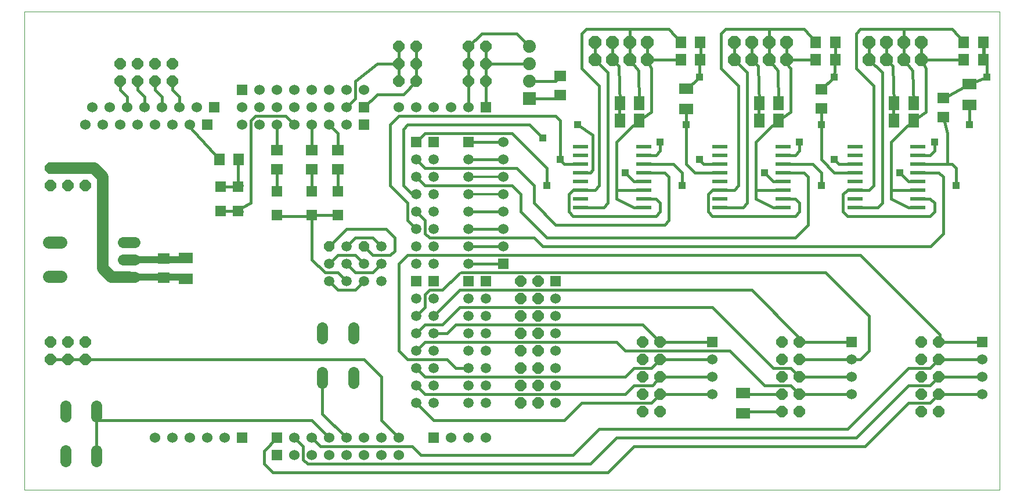
<source format=gtl>
G75*
G70*
%OFA0B0*%
%FSLAX24Y24*%
%IPPOS*%
%LPD*%
%AMOC8*
5,1,8,0,0,1.08239X$1,22.5*
%
%ADD10C,0.0000*%
%ADD11R,0.0600X0.0600*%
%ADD12C,0.0600*%
%ADD13OC8,0.0590*%
%ADD14C,0.0590*%
%ADD15R,0.0590X0.0590*%
%ADD16R,0.0866X0.0236*%
%ADD17OC8,0.0740*%
%ADD18R,0.0630X0.0787*%
%ADD19R,0.0630X0.0709*%
%ADD20R,0.0709X0.0630*%
%ADD21R,0.0787X0.0591*%
%ADD22R,0.0740X0.0740*%
%ADD23C,0.0740*%
%ADD24OC8,0.0640*%
%ADD25R,0.0630X0.0710*%
%ADD26R,0.0710X0.0630*%
%ADD27R,0.0591X0.0591*%
%ADD28C,0.0710*%
%ADD29C,0.0640*%
%ADD30C,0.0160*%
%ADD31R,0.0436X0.0436*%
%ADD32C,0.0400*%
%ADD33C,0.0120*%
%ADD34C,0.0660*%
D10*
X000180Y000380D02*
X056180Y000380D01*
X056180Y027880D01*
X000180Y027880D01*
X000180Y000380D01*
D11*
X012680Y003380D03*
X014680Y003380D03*
X014680Y002380D03*
X023680Y003380D03*
X039680Y008880D03*
X047680Y008880D03*
X055180Y008880D03*
X030680Y012380D03*
X027680Y013380D03*
X019680Y021380D03*
X019680Y022380D03*
X012680Y023380D03*
X011080Y022380D03*
X010680Y021380D03*
X026680Y022380D03*
D12*
X025680Y022380D03*
X024680Y022380D03*
X023680Y022380D03*
X022680Y022380D03*
X021680Y022380D03*
X019680Y023380D03*
X018680Y023380D03*
X017680Y023380D03*
X016680Y023380D03*
X015680Y023380D03*
X014680Y023380D03*
X013680Y023380D03*
X013680Y022380D03*
X012680Y022380D03*
X012680Y021380D03*
X013680Y021380D03*
X014680Y021380D03*
X015680Y021380D03*
X016680Y021380D03*
X017680Y021380D03*
X018680Y021380D03*
X018680Y022380D03*
X017680Y022380D03*
X016680Y022380D03*
X015680Y022380D03*
X014680Y022380D03*
X010080Y022380D03*
X009080Y022380D03*
X008080Y022380D03*
X007080Y022380D03*
X006080Y022380D03*
X005080Y022380D03*
X004080Y022380D03*
X003680Y021380D03*
X004680Y021380D03*
X005680Y021380D03*
X006680Y021380D03*
X007680Y021380D03*
X008680Y021380D03*
X009680Y021380D03*
X027680Y020380D03*
X027680Y019380D03*
X027680Y018380D03*
X027680Y017380D03*
X027680Y016380D03*
X027680Y015380D03*
X027680Y014380D03*
X030680Y011380D03*
X030680Y010380D03*
X030680Y009380D03*
X030680Y008380D03*
X030680Y007380D03*
X030680Y006380D03*
X030680Y005380D03*
X026680Y003380D03*
X025680Y003380D03*
X024680Y003380D03*
X021680Y003380D03*
X020680Y003380D03*
X019680Y003380D03*
X018680Y003380D03*
X017680Y003380D03*
X016680Y003380D03*
X015680Y003380D03*
X015680Y002380D03*
X016680Y002380D03*
X017680Y002380D03*
X018680Y002380D03*
X019680Y002380D03*
X020680Y002380D03*
X021680Y002380D03*
X011680Y003380D03*
X010680Y003380D03*
X009680Y003380D03*
X008680Y003380D03*
X007680Y003380D03*
X039680Y005880D03*
X039680Y006880D03*
X039680Y007880D03*
X047680Y007880D03*
X047680Y006880D03*
X047680Y005880D03*
X055180Y005880D03*
X055180Y006880D03*
X055180Y007880D03*
D13*
X019680Y014380D03*
X017680Y014380D03*
D14*
X018680Y014380D03*
X020680Y014380D03*
X020680Y013380D03*
X019680Y013380D03*
X018680Y013380D03*
X017680Y013380D03*
X017680Y012380D03*
X018680Y012380D03*
X019680Y012380D03*
X020680Y012380D03*
X022680Y013380D03*
X023680Y013380D03*
X025680Y013380D03*
X025680Y014380D03*
X025680Y015380D03*
X023680Y015380D03*
X022680Y015380D03*
X022680Y014380D03*
X023680Y014380D03*
X023680Y016380D03*
X022680Y016380D03*
X022680Y017380D03*
X023680Y017380D03*
X025680Y017380D03*
X025680Y016380D03*
X025680Y018380D03*
X025680Y019380D03*
X023680Y019380D03*
X022680Y019380D03*
X022680Y018380D03*
X023680Y018380D03*
X023680Y011380D03*
X022680Y011380D03*
X022680Y010380D03*
X023680Y010380D03*
X023680Y009380D03*
X022680Y009380D03*
X022680Y008380D03*
X023680Y008380D03*
X023680Y007380D03*
X022680Y007380D03*
X022680Y006380D03*
X023680Y006380D03*
X023680Y005380D03*
X022680Y005380D03*
X025680Y005380D03*
X026680Y005380D03*
X026680Y006380D03*
X025680Y006380D03*
X025680Y007380D03*
X026680Y007380D03*
X026680Y008380D03*
X025680Y008380D03*
X025680Y009380D03*
X026680Y009380D03*
X026680Y010380D03*
X025680Y010380D03*
X025680Y011380D03*
X026680Y011380D03*
D15*
X026680Y012380D03*
X025680Y012380D03*
X023680Y012380D03*
X022680Y012380D03*
X022680Y020380D03*
X023680Y020380D03*
X025680Y020380D03*
D16*
X032119Y020130D03*
X032119Y019630D03*
X032119Y019130D03*
X032119Y018630D03*
X032119Y018130D03*
X032119Y017630D03*
X032119Y017130D03*
X032119Y016630D03*
X035741Y016630D03*
X035741Y017130D03*
X035741Y017630D03*
X035741Y018130D03*
X035741Y018630D03*
X035741Y019130D03*
X035741Y019630D03*
X035741Y020130D03*
X040119Y020130D03*
X040119Y019630D03*
X040119Y019130D03*
X040119Y018630D03*
X040119Y018130D03*
X040119Y017630D03*
X040119Y017130D03*
X040119Y016630D03*
X043741Y016630D03*
X043741Y017130D03*
X043741Y017630D03*
X043741Y018130D03*
X043741Y018630D03*
X043741Y019130D03*
X043741Y019630D03*
X043741Y020130D03*
X047869Y020130D03*
X047869Y019630D03*
X047869Y019130D03*
X047869Y018630D03*
X047869Y018130D03*
X047869Y017630D03*
X047869Y017130D03*
X047869Y016630D03*
X051491Y016630D03*
X051491Y017130D03*
X051491Y017630D03*
X051491Y018130D03*
X051491Y018630D03*
X051491Y019130D03*
X051491Y019630D03*
X051491Y020130D03*
D17*
X051680Y025130D03*
X050680Y025130D03*
X049680Y025130D03*
X048680Y025130D03*
X048680Y026130D03*
X049680Y026130D03*
X050680Y026130D03*
X051680Y026130D03*
X043930Y026130D03*
X042930Y026130D03*
X041930Y026130D03*
X040930Y026130D03*
X040930Y025130D03*
X041930Y025130D03*
X042930Y025130D03*
X043930Y025130D03*
X035930Y025130D03*
X034930Y025130D03*
X033930Y025130D03*
X032930Y025130D03*
X032930Y026130D03*
X033930Y026130D03*
X034930Y026130D03*
X035930Y026130D03*
D18*
X035481Y022630D03*
X034379Y022630D03*
X034379Y021630D03*
X035481Y021630D03*
X042379Y021630D03*
X043481Y021630D03*
X043481Y022630D03*
X042379Y022630D03*
X050129Y022630D03*
X051231Y022630D03*
X051231Y021630D03*
X050129Y021630D03*
D19*
X046731Y025130D03*
X045629Y025130D03*
X045629Y026130D03*
X046731Y026130D03*
X038981Y026130D03*
X037879Y026130D03*
X037879Y025130D03*
X038981Y025130D03*
X054129Y025130D03*
X055231Y025130D03*
X055231Y026130D03*
X054129Y026130D03*
D20*
X045930Y023431D03*
X045930Y022329D03*
X030930Y023079D03*
X030930Y024181D03*
X008180Y013681D03*
X008180Y012579D03*
D21*
X009430Y012539D03*
X009430Y013721D03*
X038180Y022289D03*
X038180Y023471D03*
X054430Y023721D03*
X054430Y022539D03*
X041430Y005971D03*
X041430Y004789D03*
D22*
X029180Y022880D03*
D23*
X029180Y023880D03*
X029180Y024880D03*
X029180Y025880D03*
D24*
X026680Y025880D03*
X025680Y025880D03*
X025680Y024880D03*
X026680Y024880D03*
X026680Y023880D03*
X025680Y023880D03*
X022680Y023880D03*
X021680Y023880D03*
X021680Y024880D03*
X022680Y024880D03*
X022680Y025880D03*
X021680Y025880D03*
X008680Y024880D03*
X007680Y024880D03*
X006680Y024880D03*
X005680Y024880D03*
X005680Y023880D03*
X006680Y023880D03*
X007680Y023880D03*
X008680Y023880D03*
X003680Y018880D03*
X002680Y018880D03*
X001680Y018880D03*
X001680Y017880D03*
X002680Y017880D03*
X003680Y017880D03*
X003680Y008880D03*
X002680Y008880D03*
X001680Y008880D03*
X001680Y007880D03*
X002680Y007880D03*
X003680Y007880D03*
X028680Y007380D03*
X029680Y007380D03*
X029680Y008380D03*
X028680Y008380D03*
X028680Y009380D03*
X029680Y009380D03*
X029680Y010380D03*
X028680Y010380D03*
X028680Y011380D03*
X029680Y011380D03*
X029680Y012380D03*
X028680Y012380D03*
X035680Y008880D03*
X036680Y008880D03*
X036680Y007880D03*
X035680Y007880D03*
X035680Y006880D03*
X036680Y006880D03*
X036680Y005880D03*
X035680Y005880D03*
X035680Y004880D03*
X036680Y004880D03*
X043680Y004880D03*
X044680Y004880D03*
X044680Y005880D03*
X043680Y005880D03*
X043680Y006880D03*
X044680Y006880D03*
X044680Y007880D03*
X043680Y007880D03*
X043680Y008880D03*
X044680Y008880D03*
X051680Y008880D03*
X052680Y008880D03*
X052680Y007880D03*
X051680Y007880D03*
X051680Y006880D03*
X052680Y006880D03*
X052680Y005880D03*
X051680Y005880D03*
X051680Y004880D03*
X052680Y004880D03*
X029680Y005380D03*
X028680Y005380D03*
X028680Y006380D03*
X029680Y006380D03*
D25*
X012490Y019380D03*
X011370Y019380D03*
D26*
X014680Y018820D03*
X016680Y018820D03*
X018180Y018820D03*
X018180Y019940D03*
X016680Y019940D03*
X014680Y019940D03*
X052930Y021820D03*
X052930Y022940D03*
D27*
X018180Y017569D03*
X016680Y017569D03*
X014680Y017569D03*
X012430Y017819D03*
X011430Y017819D03*
X011430Y016441D03*
X012430Y016441D03*
X014680Y016191D03*
X016680Y016191D03*
X018180Y016191D03*
D28*
X002285Y014614D02*
X001575Y014614D01*
X001575Y012646D02*
X002285Y012646D01*
D29*
X005860Y012630D02*
X006500Y012630D01*
X006500Y013630D02*
X005860Y013630D01*
X005860Y014630D02*
X006500Y014630D01*
X017290Y009730D02*
X017290Y009090D01*
X019070Y009090D02*
X019070Y009730D01*
X019070Y007170D02*
X019070Y006530D01*
X017290Y006530D02*
X017290Y007170D01*
X004320Y005230D02*
X004320Y004590D01*
X002540Y004590D02*
X002540Y005230D01*
X002540Y002670D02*
X002540Y002030D01*
X004320Y002030D02*
X004320Y002670D01*
D30*
X004320Y002350D02*
X004320Y004380D01*
X004320Y004770D01*
X004320Y004910D01*
X004430Y004880D02*
X004320Y004770D01*
X004320Y004380D02*
X016680Y004380D01*
X017680Y003380D01*
X017180Y002880D02*
X016680Y003380D01*
X016180Y002880D02*
X016180Y002130D01*
X016430Y001880D01*
X032680Y001880D01*
X034180Y003380D01*
X047930Y003380D01*
X050930Y006380D01*
X052180Y006380D01*
X052680Y006880D01*
X055180Y006880D01*
X055180Y007880D02*
X052680Y007880D01*
X052180Y007380D01*
X050930Y007380D01*
X047430Y003880D01*
X033180Y003880D01*
X031680Y002380D01*
X022930Y002380D01*
X022430Y002880D01*
X017180Y002880D01*
X016180Y002880D02*
X015680Y003380D01*
X014680Y003380D02*
X013930Y002630D01*
X013930Y001880D01*
X014430Y001380D01*
X033680Y001380D01*
X035180Y002880D01*
X048430Y002880D01*
X050930Y005380D01*
X052180Y005380D01*
X052680Y005880D01*
X055180Y005880D01*
X055180Y008880D02*
X052680Y008880D01*
X052730Y009330D01*
X048180Y013880D01*
X022180Y013880D01*
X021680Y013380D01*
X021680Y008380D01*
X022180Y007880D01*
X024430Y007880D01*
X024930Y007380D01*
X025680Y007380D01*
X023180Y006880D02*
X022680Y007380D01*
X023180Y006880D02*
X034680Y006880D01*
X035180Y007380D01*
X036180Y007380D01*
X036680Y007880D01*
X039680Y007880D01*
X040680Y008380D02*
X042680Y006380D01*
X044180Y006380D01*
X044680Y005880D01*
X047680Y005880D01*
X047680Y006880D02*
X044680Y006880D01*
X044180Y007380D01*
X043180Y007380D01*
X039680Y010880D01*
X025180Y010880D01*
X024180Y009880D01*
X023180Y009880D01*
X022680Y009380D01*
X023180Y008880D02*
X034180Y008880D01*
X034680Y008380D01*
X040680Y008380D01*
X039680Y008880D02*
X036680Y008880D01*
X035680Y009880D01*
X024930Y009880D01*
X024430Y009380D01*
X023680Y009380D01*
X023180Y008880D02*
X022680Y008380D01*
X020680Y006880D02*
X020680Y004380D01*
X021680Y003380D01*
X023680Y004380D02*
X022680Y005380D01*
X023180Y005880D02*
X022680Y006380D01*
X023180Y005880D02*
X034680Y005880D01*
X035180Y006380D01*
X036230Y006380D01*
X036680Y006880D01*
X039680Y006880D01*
X041430Y005971D02*
X041430Y005880D01*
X043680Y005880D01*
X043680Y004880D02*
X041430Y004880D01*
X041430Y004789D01*
X039680Y005880D02*
X036680Y005880D01*
X036180Y005380D01*
X032180Y005380D01*
X031180Y004380D01*
X023680Y004380D01*
X020680Y006880D02*
X019680Y007880D01*
X003680Y007880D01*
X002680Y007880D01*
X001680Y007880D01*
X016680Y013630D02*
X017430Y012880D01*
X018180Y012880D01*
X018680Y012380D01*
X018180Y011880D02*
X017680Y012380D01*
X018180Y011880D02*
X019180Y011880D01*
X019680Y012380D01*
X019180Y012880D02*
X018680Y013380D01*
X019180Y013880D02*
X019680Y013380D01*
X019180Y013880D02*
X018180Y013880D01*
X017680Y013380D01*
X016680Y013630D02*
X016680Y016130D01*
X014741Y016130D01*
X014680Y016191D01*
X013180Y016880D02*
X013180Y021630D01*
X013430Y021880D01*
X015180Y021880D01*
X015680Y021380D01*
X014680Y021380D02*
X014680Y019940D01*
X016680Y019940D02*
X016680Y021380D01*
X017680Y021380D02*
X018180Y020880D01*
X018180Y019940D01*
X016680Y018880D02*
X016680Y018820D01*
X016680Y017569D01*
X018180Y017569D02*
X018180Y018820D01*
X021180Y017880D02*
X022180Y016880D01*
X022180Y015880D01*
X022680Y015380D01*
X023180Y015130D02*
X023430Y014880D01*
X029430Y014880D01*
X029930Y014380D01*
X050418Y014380D01*
X050436Y014381D01*
X050445Y014382D01*
X050450Y014382D01*
X052203Y014382D01*
X052930Y015130D01*
X052930Y018380D01*
X052680Y018630D01*
X051491Y018630D01*
X051491Y019130D02*
X053180Y019130D01*
X053180Y020880D01*
X052930Y021820D01*
X051930Y022130D02*
X051231Y021630D01*
X050804Y021254D01*
X049930Y020380D01*
X049930Y017630D01*
X051491Y017630D01*
X051491Y017130D02*
X052180Y017130D01*
X052430Y016880D01*
X052430Y016380D01*
X052180Y016130D01*
X047430Y016130D01*
X047180Y016380D01*
X047180Y017380D01*
X047430Y017630D01*
X047869Y017630D01*
X048680Y017630D01*
X048930Y017880D01*
X048930Y023630D01*
X047930Y024630D01*
X047930Y026630D01*
X048180Y026880D01*
X050680Y026880D01*
X053430Y026880D01*
X053806Y026504D01*
X054129Y026130D01*
X055231Y026130D02*
X055304Y025004D01*
X055430Y024880D01*
X055430Y024130D01*
X054430Y023721D01*
X052930Y022880D01*
X051930Y022130D02*
X051930Y024630D01*
X051680Y025130D01*
X054129Y025130D01*
X055231Y025130D02*
X055231Y026130D01*
X051680Y026130D02*
X051680Y025130D01*
X051180Y024506D02*
X050680Y025130D01*
X050680Y026130D01*
X050680Y026880D01*
X049680Y026130D02*
X049680Y025130D01*
X050056Y024754D01*
X050129Y022630D01*
X050180Y022630D02*
X050056Y022506D01*
X050129Y021630D01*
X051054Y021504D02*
X051231Y021630D01*
X051231Y022630D02*
X051180Y024506D01*
X049430Y024380D02*
X048680Y025130D01*
X048680Y026130D01*
X046731Y026130D02*
X046731Y025130D01*
X046680Y024130D01*
X045930Y023431D01*
X045930Y022380D02*
X045930Y022329D01*
X045930Y021380D01*
X045930Y019380D01*
X046680Y018630D01*
X047869Y018630D01*
X047869Y019130D02*
X046930Y019130D01*
X046680Y019380D01*
X045930Y018630D02*
X045930Y017880D01*
X045180Y018380D02*
X044930Y018630D01*
X043430Y018630D01*
X043741Y019130D02*
X045430Y019130D01*
X045930Y018630D01*
X045180Y018380D02*
X045180Y015630D01*
X044430Y014880D01*
X030180Y014880D01*
X028680Y016380D01*
X028680Y017380D01*
X028180Y017880D01*
X023180Y017880D01*
X022680Y018380D01*
X023180Y018880D02*
X028430Y018880D01*
X029430Y017880D01*
X029430Y016880D01*
X030680Y015630D01*
X036930Y015630D01*
X037180Y015880D01*
X037180Y018380D01*
X036930Y018630D01*
X035741Y018630D01*
X035741Y019130D02*
X037430Y019130D01*
X037930Y018630D01*
X037930Y017880D01*
X039430Y017380D02*
X039680Y017630D01*
X040119Y017630D01*
X040930Y017630D01*
X041180Y017880D01*
X041180Y023630D01*
X040180Y024630D01*
X040180Y026630D01*
X040430Y026880D01*
X042930Y026880D01*
X044930Y026880D01*
X045306Y026504D01*
X045629Y026130D01*
X045629Y025130D02*
X043930Y025130D01*
X043930Y024880D01*
X044180Y024630D01*
X044180Y022130D01*
X043481Y021630D01*
X043054Y021254D01*
X042180Y020380D01*
X042180Y017630D01*
X043741Y017630D01*
X043741Y017130D02*
X044430Y017130D01*
X044680Y016880D01*
X044680Y016380D01*
X044430Y016130D01*
X039680Y016130D01*
X039430Y016380D01*
X039430Y017380D01*
X040119Y016630D02*
X041430Y016630D01*
X041680Y016880D01*
X041680Y024380D01*
X040930Y025130D01*
X040930Y026130D01*
X041930Y026130D02*
X041930Y025130D01*
X042306Y024754D01*
X042379Y022630D01*
X042430Y022630D02*
X042306Y022506D01*
X042379Y021630D01*
X043481Y021630D02*
X043554Y021754D01*
X043481Y022630D02*
X043430Y024506D01*
X042930Y025130D01*
X042930Y026130D01*
X042930Y026880D01*
X043930Y026130D02*
X043930Y025130D01*
X039054Y025254D02*
X038930Y025130D01*
X038930Y024130D01*
X038180Y023380D01*
X038180Y022289D02*
X038180Y021380D01*
X038180Y019130D01*
X038680Y018630D01*
X040119Y018630D01*
X040119Y019130D02*
X039180Y019130D01*
X038930Y019380D01*
X036680Y019880D02*
X036680Y020380D01*
X036680Y019880D02*
X036430Y019630D01*
X035741Y019630D01*
X034680Y018630D02*
X035180Y018130D01*
X035930Y018130D01*
X035741Y017630D02*
X034180Y017630D01*
X034180Y017130D01*
X035180Y016630D01*
X035680Y016630D01*
X035741Y017130D02*
X036430Y017130D01*
X036680Y016880D01*
X036680Y016380D01*
X036430Y016130D01*
X031680Y016130D01*
X031430Y016380D01*
X031430Y017380D01*
X031680Y017630D01*
X032119Y017630D01*
X032930Y017630D01*
X033180Y017880D01*
X033180Y023630D01*
X032180Y024630D01*
X032180Y026630D01*
X032430Y026880D01*
X034930Y026880D01*
X037180Y026880D01*
X037556Y026504D01*
X037879Y026130D01*
X038981Y026130D02*
X039054Y025254D01*
X038981Y025130D02*
X038930Y025130D01*
X037879Y025130D02*
X035930Y025130D01*
X036180Y024630D01*
X036180Y022130D01*
X035481Y021630D01*
X035054Y021254D01*
X034180Y020380D01*
X034180Y017630D01*
X033680Y016880D02*
X033680Y024380D01*
X032930Y025130D01*
X032930Y026130D01*
X033930Y026130D02*
X033930Y025130D01*
X034306Y024754D01*
X034379Y022630D01*
X034430Y022630D02*
X034306Y022756D01*
X034379Y021630D01*
X035304Y021504D02*
X035481Y021630D01*
X035481Y022630D02*
X035430Y024506D01*
X034930Y025130D01*
X034930Y026130D01*
X034930Y026880D01*
X035930Y026130D02*
X035930Y025130D01*
X030930Y024130D02*
X030680Y023880D01*
X029180Y023880D01*
X029180Y022880D02*
X030680Y022880D01*
X030680Y021880D02*
X021680Y021880D01*
X021180Y021380D01*
X021180Y017880D01*
X021930Y017880D02*
X021930Y021130D01*
X022180Y021380D01*
X029180Y021380D01*
X029930Y020630D01*
X030930Y021630D02*
X030680Y021880D01*
X030930Y021630D02*
X030930Y019380D01*
X031180Y019130D01*
X032119Y019130D01*
X032119Y018630D02*
X032680Y018630D01*
X032805Y018780D01*
X032805Y020780D01*
X031930Y021380D01*
X030180Y018880D02*
X028180Y020880D01*
X023180Y020880D01*
X022680Y020380D01*
X022680Y019380D02*
X023180Y018880D01*
X021930Y017880D02*
X022430Y017380D01*
X022680Y017380D01*
X022680Y016380D02*
X023180Y015880D01*
X023180Y015130D01*
X021430Y014880D02*
X021430Y014130D01*
X021180Y013880D01*
X020180Y013880D01*
X019680Y014380D01*
X019180Y014880D02*
X020180Y014880D01*
X020680Y014380D01*
X021430Y014880D02*
X020930Y015380D01*
X018680Y015380D01*
X017680Y014380D01*
X018680Y014380D02*
X019180Y014880D01*
X018180Y016191D02*
X016680Y016191D01*
X016680Y016130D01*
X014680Y017569D02*
X014680Y018820D01*
X012680Y017880D02*
X012430Y018130D01*
X012430Y019320D01*
X012490Y019380D01*
X011370Y019380D02*
X009620Y021320D01*
X009680Y021380D01*
X009080Y022380D02*
X009080Y022980D01*
X008680Y023380D01*
X008680Y023880D01*
X007680Y023880D02*
X007680Y023380D01*
X008080Y022980D01*
X008080Y022380D01*
X007080Y022380D02*
X007080Y022980D01*
X006680Y023380D01*
X006680Y023880D01*
X005680Y023880D02*
X005680Y023380D01*
X006080Y022980D01*
X006080Y022380D01*
X011430Y017819D02*
X012430Y017819D01*
X012680Y017880D01*
X013180Y016880D02*
X012680Y016630D01*
X012430Y016441D01*
X012619Y016441D02*
X012680Y016380D01*
X012619Y016441D02*
X011430Y016441D01*
X019180Y012880D02*
X020180Y012880D01*
X020680Y013380D01*
X023180Y011630D02*
X023430Y011880D01*
X024180Y011880D01*
X025107Y012807D01*
X025284Y012880D02*
X046180Y012880D01*
X048680Y010380D01*
X048680Y008380D01*
X048180Y007880D01*
X047680Y007880D01*
X044680Y007880D01*
X044680Y008880D02*
X047680Y008880D01*
X044680Y008880D02*
X044680Y009130D01*
X041930Y011880D01*
X025180Y011880D01*
X023680Y010380D01*
X023180Y010880D02*
X023180Y011630D01*
X023180Y010880D02*
X022680Y010380D01*
X025680Y013380D02*
X027680Y013380D01*
X027680Y014380D02*
X025680Y014380D01*
X025680Y015380D02*
X027680Y015380D01*
X027680Y016380D02*
X025680Y016380D01*
X030180Y017880D02*
X030180Y018880D01*
X027680Y019380D02*
X025680Y019380D01*
X025680Y020380D02*
X027680Y020380D01*
X026680Y022380D02*
X026680Y023880D01*
X026680Y024880D01*
X029180Y024880D01*
X029180Y025880D02*
X028430Y026630D01*
X026430Y026630D01*
X025680Y025880D01*
X025680Y024880D01*
X025680Y023880D01*
X025680Y022380D01*
X022680Y023880D02*
X022680Y024880D01*
X022680Y025880D01*
X021680Y025880D02*
X021680Y024880D01*
X021680Y023880D01*
X021930Y023130D02*
X020430Y023130D01*
X019680Y022380D01*
X019180Y022880D02*
X018680Y022380D01*
X019180Y022880D02*
X019180Y023880D01*
X020430Y024880D01*
X021680Y024880D01*
X022680Y023880D02*
X021930Y023130D01*
X026680Y024880D02*
X026680Y025880D01*
X038056Y022256D02*
X038180Y022289D01*
X043741Y019630D02*
X044430Y019630D01*
X044680Y019880D01*
X044680Y020380D01*
X042680Y018630D02*
X043180Y018130D01*
X043930Y018130D01*
X042180Y017630D02*
X042180Y017130D01*
X043180Y016630D01*
X043680Y016630D01*
X047869Y016630D02*
X049180Y016630D01*
X049430Y016880D01*
X049430Y024380D01*
X054430Y022539D02*
X054430Y021380D01*
X052430Y020380D02*
X052430Y019880D01*
X052180Y019630D01*
X051491Y019630D01*
X050430Y018630D02*
X050930Y018130D01*
X051680Y018130D01*
X053180Y019130D02*
X053430Y019130D01*
X053680Y018880D01*
X053680Y017880D01*
X051430Y016630D02*
X050930Y016630D01*
X049930Y017130D01*
X049930Y017630D01*
X033680Y016880D02*
X033430Y016630D01*
X032119Y016630D01*
X017290Y006850D02*
X017290Y004770D01*
X018680Y003380D01*
D31*
X030180Y017880D03*
X030930Y019380D03*
X029930Y020630D03*
X031930Y021380D03*
X034680Y018630D03*
X036680Y020380D03*
X038180Y021380D03*
X038930Y019380D03*
X037930Y017880D03*
X042680Y018630D03*
X044680Y020380D03*
X045930Y021380D03*
X046680Y019380D03*
X045930Y017880D03*
X050430Y018630D03*
X052430Y020380D03*
X054430Y021380D03*
X055430Y024130D03*
X046680Y024130D03*
X038930Y024130D03*
X053680Y017880D03*
D32*
X009430Y013721D02*
X009430Y013630D01*
X008180Y013630D01*
X006180Y013630D01*
X006180Y012630D02*
X008180Y012630D01*
X008180Y012579D01*
X008180Y012630D02*
X009430Y012630D01*
X009430Y012539D01*
X008180Y013630D02*
X008180Y013681D01*
D33*
X025107Y012807D02*
X025284Y012880D01*
X025680Y017380D02*
X027680Y017380D01*
X027680Y018380D02*
X025680Y018380D01*
X030680Y023130D02*
X030930Y023079D01*
D34*
X006180Y012630D02*
X005180Y012630D01*
X004680Y013130D01*
X004680Y018380D01*
X004180Y018880D01*
X003680Y018880D01*
X002680Y018880D01*
X001680Y018880D01*
M02*

</source>
